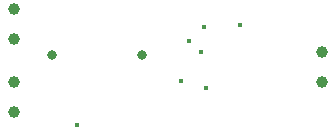
<source format=gbr>
%TF.GenerationSoftware,KiCad,Pcbnew,9.0.4*%
%TF.CreationDate,2025-12-06T16:42:24+03:30*%
%TF.ProjectId,Tiny_Solar_Power_Supply002,54696e79-5f53-46f6-9c61-725f506f7765,rev?*%
%TF.SameCoordinates,Original*%
%TF.FileFunction,Plated,1,2,PTH,Drill*%
%TF.FilePolarity,Positive*%
%FSLAX46Y46*%
G04 Gerber Fmt 4.6, Leading zero omitted, Abs format (unit mm)*
G04 Created by KiCad (PCBNEW 9.0.4) date 2025-12-06 16:42:24*
%MOMM*%
%LPD*%
G01*
G04 APERTURE LIST*
%TA.AperFunction,ViaDrill*%
%ADD10C,0.400000*%
%TD*%
%TA.AperFunction,ComponentDrill*%
%ADD11C,0.800000*%
%TD*%
%TA.AperFunction,ComponentDrill*%
%ADD12C,1.000000*%
%TD*%
G04 APERTURE END LIST*
D10*
X120725000Y-103950000D03*
X129562500Y-100250000D03*
X130275000Y-96919599D03*
X131225000Y-97775000D03*
X131493077Y-95727520D03*
X131700000Y-100875000D03*
X134575000Y-95525000D03*
D11*
%TO.C,J3*%
X118655000Y-98025000D03*
X126275000Y-98025000D03*
D12*
%TO.C,J4*%
X115425000Y-94135000D03*
X115425000Y-96675000D03*
%TO.C,J2*%
X115425000Y-100310000D03*
X115425000Y-102850000D03*
%TO.C,J1*%
X141500000Y-97790000D03*
X141500000Y-100330000D03*
M02*

</source>
